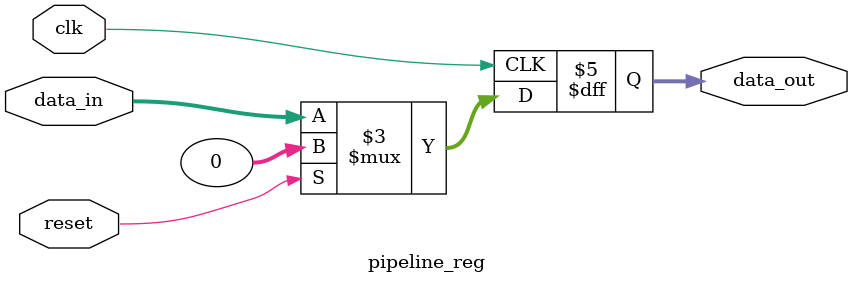
<source format=v>
/*
    This is a register that is used for pipelining for our RISC-V CPU architecture
*/

module pipeline_reg #(
    parameter WIDTH = 32 //32 bit by default
)(
    input clk,
    input reset,
    input [WIDTH-1:0] data_in,
    output reg [WIDTH-1:0] data_out
);
    always @(posedge clk) begin
        if (reset)
            data_out <= {WIDTH{1'b0}};
        else
            data_out <= data_in;
    end

endmodule
</source>
